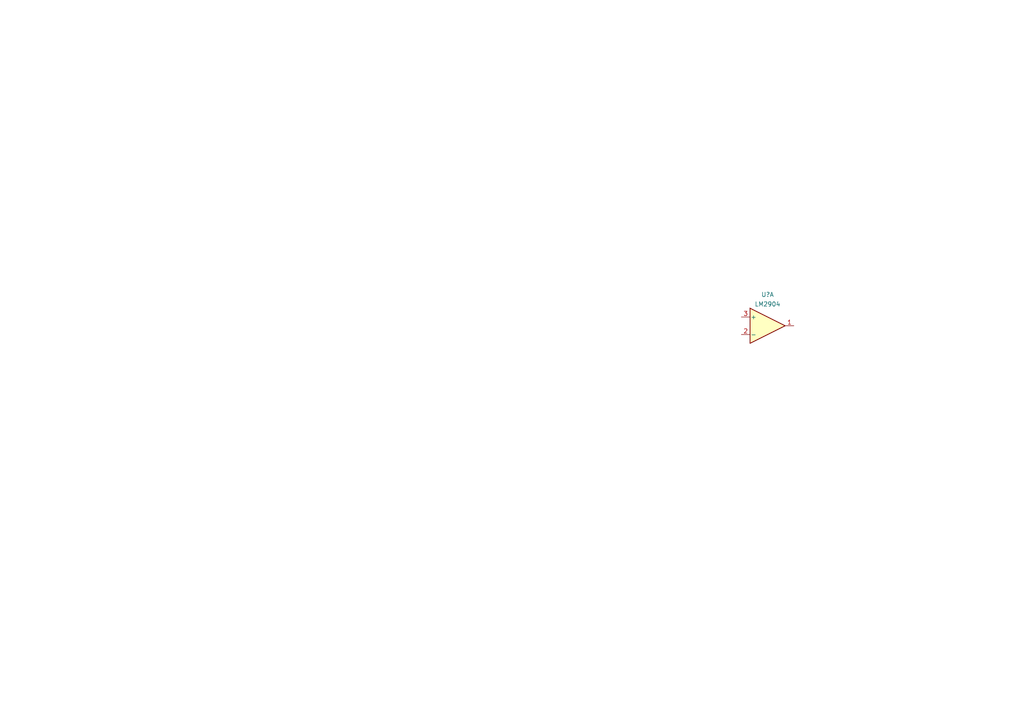
<source format=kicad_sch>
(kicad_sch (version 20211123) (generator eeschema)
  (paper "A4")
  (lib_symbols
    (symbol "Amplifier_Operational:LM2904" (pin_names (offset 0.127))
      (property "Reference" "U" (at 0 5.08 0))
      (property "Value" "LM2904" (at 0 -5.08 0))
      (symbol "LM2904_1_1"
        (polyline (pts (xy -5.08 5.08) (xy 5.08 0) (xy -5.08 -5.08) (xy -5.08 5.08)) (stroke (width 0.254)) (fill (type background)))
        (pin output line (at 7.62 0 180) (length 2.54) (name "~") (number "1"))
        (pin input line (at -7.62 -2.54 0) (length 2.54) (name "-") (number "2"))
        (pin input line (at -7.62 2.54 0) (length 2.54) (name "+") (number "3"))
      )
      (symbol "LM2904_2_1"
        (polyline (pts (xy -5.08 5.08) (xy 5.08 0) (xy -5.08 -5.08) (xy -5.08 5.08)) (stroke (width 0.254)) (fill (type background)))
        (pin input line (at -7.62 2.54 0) (length 2.54) (name "+") (number "5"))
        (pin input line (at -7.62 -2.54 0) (length 2.54) (name "-") (number "6"))
        (pin output line (at 7.62 0 180) (length 2.54) (name "~") (number "7"))
      )
      (symbol "LM2904_3_1"
        (pin power_in line (at -2.54 -7.62 90) (length 3.81) (name "V-") (number "4"))
        (pin power_in line (at -2.54 7.62 270) (length 3.81) (name "V+") (number "8"))
      )
    )
  )
  (symbol (lib_id "Amplifier_Operational:LM2904") (at 222.631 94.488 0) (unit 1)
    (property "Reference" "U?" (at 222.631 85.4415 0))
    (property "Value" "LM2904" (at 222.631 88.2166 0))
    (property "Datasheet" "http://www.ti.com/lit/ds/symlink/lm358.pdf" (effects hide))
  )
)
</source>
